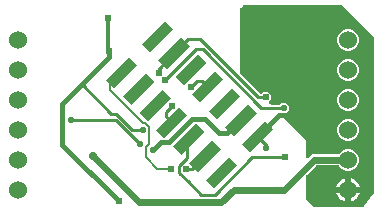
<source format=gbr>
G04 EAGLE Gerber X2 export*
%TF.Part,Single*%
%TF.FileFunction,Copper,L2,Bot,Mixed*%
%TF.FilePolarity,Positive*%
%TF.GenerationSoftware,Autodesk,EAGLE,9.0.1*%
%TF.CreationDate,2018-09-06T19:24:28Z*%
G75*
%MOMM*%
%FSLAX34Y34*%
%LPD*%
%AMOC8*
5,1,8,0,0,1.08239X$1,22.5*%
G01*
%ADD10C,1.524000*%
%ADD11R,1.000000X2.750000*%
%ADD12C,0.254000*%
%ADD13C,0.604000*%
%ADD14C,0.554000*%
%ADD15C,0.304800*%
%ADD16C,0.406400*%
%ADD17C,0.200000*%
%ADD18C,0.704000*%
%ADD19C,0.609600*%

G36*
X374680Y102874D02*
X374680Y102874D01*
X374709Y102872D01*
X374837Y102894D01*
X374966Y102911D01*
X374993Y102922D01*
X375023Y102927D01*
X375141Y102980D01*
X375261Y103028D01*
X375285Y103045D01*
X375313Y103057D01*
X375414Y103138D01*
X375519Y103214D01*
X375538Y103237D01*
X375561Y103256D01*
X375665Y103378D01*
X383285Y113538D01*
X383290Y113546D01*
X383296Y113553D01*
X383315Y113587D01*
X383337Y113613D01*
X383379Y113702D01*
X383443Y113815D01*
X383445Y113824D01*
X383450Y113831D01*
X383462Y113878D01*
X383472Y113901D01*
X383486Y113974D01*
X383487Y113976D01*
X383527Y114122D01*
X383527Y114131D01*
X383529Y114139D01*
X383539Y114300D01*
X383539Y246380D01*
X383527Y246478D01*
X383524Y246577D01*
X383507Y246635D01*
X383499Y246696D01*
X383463Y246788D01*
X383435Y246883D01*
X383405Y246935D01*
X383382Y246991D01*
X383324Y247071D01*
X383274Y247157D01*
X383208Y247232D01*
X383196Y247249D01*
X383186Y247256D01*
X383168Y247278D01*
X357257Y273188D01*
X357179Y273248D01*
X357107Y273316D01*
X357054Y273345D01*
X357006Y273382D01*
X356915Y273422D01*
X356829Y273470D01*
X356770Y273485D01*
X356714Y273509D01*
X356616Y273524D01*
X356521Y273549D01*
X356421Y273555D01*
X356400Y273559D01*
X356388Y273557D01*
X356360Y273559D01*
X273560Y273559D01*
X273462Y273547D01*
X273363Y273544D01*
X273305Y273527D01*
X273244Y273519D01*
X273152Y273483D01*
X273057Y273455D01*
X273005Y273425D01*
X272949Y273402D01*
X272869Y273344D01*
X272783Y273294D01*
X272708Y273228D01*
X272691Y273216D01*
X272684Y273206D01*
X272663Y273188D01*
X270883Y271408D01*
X270822Y271329D01*
X270754Y271257D01*
X270725Y271204D01*
X270688Y271156D01*
X270648Y271065D01*
X270600Y270979D01*
X270585Y270920D01*
X270561Y270864D01*
X270546Y270766D01*
X270521Y270671D01*
X270515Y270571D01*
X270511Y270550D01*
X270513Y270538D01*
X270511Y270510D01*
X270511Y215900D01*
X270523Y215802D01*
X270526Y215703D01*
X270543Y215645D01*
X270551Y215584D01*
X270587Y215492D01*
X270615Y215397D01*
X270645Y215345D01*
X270668Y215289D01*
X270726Y215209D01*
X270776Y215123D01*
X270842Y215048D01*
X270854Y215031D01*
X270864Y215024D01*
X270883Y215003D01*
X287091Y198794D01*
X287186Y198721D01*
X287275Y198642D01*
X287311Y198623D01*
X287343Y198599D01*
X287452Y198551D01*
X287558Y198497D01*
X287597Y198488D01*
X287635Y198472D01*
X287752Y198454D01*
X287868Y198428D01*
X287909Y198429D01*
X287949Y198422D01*
X288067Y198434D01*
X288186Y198437D01*
X288225Y198449D01*
X288265Y198452D01*
X288377Y198493D01*
X288492Y198526D01*
X288526Y198546D01*
X288565Y198560D01*
X288663Y198627D01*
X288766Y198687D01*
X288811Y198727D01*
X288828Y198738D01*
X288841Y198754D01*
X288886Y198794D01*
X290218Y200125D01*
X293982Y200125D01*
X296645Y197462D01*
X296645Y193698D01*
X295314Y192366D01*
X295241Y192272D01*
X295162Y192183D01*
X295143Y192147D01*
X295119Y192115D01*
X295071Y192006D01*
X295017Y191900D01*
X295008Y191860D01*
X294992Y191823D01*
X294974Y191706D01*
X294948Y191590D01*
X294949Y191549D01*
X294942Y191509D01*
X294954Y191391D01*
X294957Y191272D01*
X294969Y191233D01*
X294972Y191193D01*
X295013Y191080D01*
X295046Y190966D01*
X295066Y190931D01*
X295080Y190893D01*
X295147Y190795D01*
X295207Y190692D01*
X295247Y190647D01*
X295258Y190630D01*
X295274Y190617D01*
X295314Y190571D01*
X296029Y189856D01*
X296107Y189796D01*
X296179Y189728D01*
X296232Y189699D01*
X296280Y189662D01*
X296371Y189622D01*
X296457Y189574D01*
X296516Y189559D01*
X296572Y189535D01*
X296670Y189520D01*
X296765Y189495D01*
X296865Y189489D01*
X296886Y189485D01*
X296898Y189487D01*
X296926Y189485D01*
X303535Y189485D01*
X303634Y189497D01*
X303733Y189500D01*
X303791Y189517D01*
X303851Y189525D01*
X303943Y189561D01*
X304038Y189589D01*
X304090Y189619D01*
X304147Y189642D01*
X304227Y189700D01*
X304312Y189750D01*
X304387Y189816D01*
X304404Y189828D01*
X304412Y189838D01*
X304433Y189856D01*
X305561Y190985D01*
X309119Y190985D01*
X311635Y188469D01*
X311635Y184911D01*
X309119Y182395D01*
X306554Y182395D01*
X306416Y182378D01*
X306278Y182365D01*
X306259Y182358D01*
X306238Y182355D01*
X306109Y182304D01*
X305978Y182257D01*
X305962Y182246D01*
X305943Y182238D01*
X305831Y182157D01*
X305715Y182079D01*
X305702Y182063D01*
X305685Y182052D01*
X305597Y181944D01*
X305505Y181840D01*
X305496Y181822D01*
X305483Y181807D01*
X305423Y181681D01*
X305360Y181557D01*
X305356Y181537D01*
X305347Y181519D01*
X305321Y181383D01*
X305290Y181247D01*
X305291Y181226D01*
X305287Y181207D01*
X305296Y181068D01*
X305300Y180929D01*
X305306Y180909D01*
X305307Y180889D01*
X305350Y180757D01*
X305389Y180623D01*
X305399Y180606D01*
X305405Y180587D01*
X305479Y180469D01*
X305550Y180349D01*
X305569Y180328D01*
X305575Y180318D01*
X305590Y180304D01*
X305656Y180229D01*
X326391Y159494D01*
X326391Y145422D01*
X326408Y145284D01*
X326421Y145145D01*
X326428Y145126D01*
X326431Y145106D01*
X326482Y144977D01*
X326529Y144846D01*
X326540Y144829D01*
X326548Y144811D01*
X326629Y144698D01*
X326707Y144583D01*
X326723Y144570D01*
X326734Y144553D01*
X326842Y144464D01*
X326946Y144373D01*
X326964Y144363D01*
X326979Y144350D01*
X327105Y144291D01*
X327229Y144228D01*
X327249Y144224D01*
X327267Y144215D01*
X327403Y144189D01*
X327539Y144158D01*
X327560Y144159D01*
X327580Y144155D01*
X327718Y144164D01*
X327857Y144168D01*
X327877Y144174D01*
X327897Y144175D01*
X328029Y144218D01*
X328163Y144256D01*
X328180Y144267D01*
X328199Y144273D01*
X328317Y144347D01*
X328437Y144418D01*
X328458Y144436D01*
X328468Y144443D01*
X328482Y144458D01*
X328558Y144524D01*
X331464Y147431D01*
X353098Y147431D01*
X353127Y147435D01*
X353157Y147432D01*
X353285Y147455D01*
X353413Y147471D01*
X353441Y147482D01*
X353470Y147487D01*
X353589Y147540D01*
X353709Y147588D01*
X353733Y147605D01*
X353760Y147617D01*
X353861Y147698D01*
X353966Y147775D01*
X353985Y147798D01*
X354008Y147816D01*
X354086Y147920D01*
X354123Y147964D01*
X356770Y150611D01*
X360131Y152003D01*
X363769Y152003D01*
X367130Y150611D01*
X369703Y148038D01*
X371095Y144677D01*
X371095Y141039D01*
X369703Y137678D01*
X367130Y135106D01*
X363769Y133713D01*
X360131Y133713D01*
X356770Y135106D01*
X354134Y137742D01*
X354113Y137778D01*
X354092Y137799D01*
X354077Y137824D01*
X353982Y137913D01*
X353892Y138006D01*
X353867Y138022D01*
X353845Y138042D01*
X353731Y138105D01*
X353621Y138173D01*
X353592Y138181D01*
X353566Y138196D01*
X353441Y138228D01*
X353317Y138266D01*
X353287Y138268D01*
X353259Y138275D01*
X353098Y138285D01*
X335778Y138285D01*
X335680Y138273D01*
X335581Y138270D01*
X335523Y138253D01*
X335463Y138246D01*
X335370Y138209D01*
X335275Y138182D01*
X335223Y138151D01*
X335167Y138129D01*
X335087Y138070D01*
X335001Y138020D01*
X334926Y137954D01*
X334909Y137942D01*
X334902Y137932D01*
X334881Y137914D01*
X326763Y129796D01*
X326702Y129717D01*
X326634Y129645D01*
X326605Y129592D01*
X326568Y129544D01*
X326528Y129453D01*
X326480Y129367D01*
X326465Y129308D01*
X326441Y129253D01*
X326426Y129155D01*
X326401Y129059D01*
X326395Y128959D01*
X326391Y128938D01*
X326393Y128926D01*
X326391Y128898D01*
X326391Y109220D01*
X326403Y109122D01*
X326406Y109023D01*
X326415Y108991D01*
X326416Y108980D01*
X326424Y108955D01*
X326431Y108904D01*
X326467Y108812D01*
X326495Y108717D01*
X326509Y108692D01*
X326514Y108678D01*
X326531Y108651D01*
X326548Y108609D01*
X326606Y108529D01*
X326656Y108443D01*
X326679Y108418D01*
X326684Y108409D01*
X326697Y108397D01*
X326722Y108368D01*
X326734Y108351D01*
X326744Y108344D01*
X326763Y108323D01*
X331843Y103243D01*
X331921Y103182D01*
X331993Y103114D01*
X332046Y103085D01*
X332094Y103048D01*
X332185Y103008D01*
X332271Y102960D01*
X332330Y102945D01*
X332386Y102921D01*
X332484Y102906D01*
X332579Y102881D01*
X332679Y102875D01*
X332700Y102871D01*
X332712Y102873D01*
X332740Y102871D01*
X374650Y102871D01*
X374680Y102874D01*
G37*
%LPC*%
G36*
X360131Y235313D02*
X360131Y235313D01*
X356770Y236706D01*
X354197Y239278D01*
X352805Y242639D01*
X352805Y246277D01*
X354197Y249638D01*
X356770Y252211D01*
X360131Y253603D01*
X363769Y253603D01*
X367130Y252211D01*
X369703Y249638D01*
X371095Y246277D01*
X371095Y242639D01*
X369703Y239278D01*
X367130Y236706D01*
X363769Y235313D01*
X360131Y235313D01*
G37*
%LPD*%
%LPC*%
G36*
X360131Y209913D02*
X360131Y209913D01*
X356770Y211306D01*
X354197Y213878D01*
X352805Y217239D01*
X352805Y220877D01*
X354197Y224238D01*
X356770Y226811D01*
X360131Y228203D01*
X363769Y228203D01*
X367130Y226811D01*
X369703Y224238D01*
X371095Y220877D01*
X371095Y217239D01*
X369703Y213878D01*
X367130Y211306D01*
X363769Y209913D01*
X360131Y209913D01*
G37*
%LPD*%
%LPC*%
G36*
X360131Y184513D02*
X360131Y184513D01*
X356770Y185906D01*
X354197Y188478D01*
X352805Y191839D01*
X352805Y195477D01*
X354197Y198838D01*
X356770Y201411D01*
X360131Y202803D01*
X363769Y202803D01*
X367130Y201411D01*
X369703Y198838D01*
X371095Y195477D01*
X371095Y191839D01*
X369703Y188478D01*
X367130Y185906D01*
X363769Y184513D01*
X360131Y184513D01*
G37*
%LPD*%
%LPC*%
G36*
X360131Y159113D02*
X360131Y159113D01*
X356770Y160506D01*
X354197Y163078D01*
X352805Y166439D01*
X352805Y170077D01*
X354197Y173438D01*
X356770Y176011D01*
X360131Y177403D01*
X363769Y177403D01*
X367130Y176011D01*
X369703Y173438D01*
X371095Y170077D01*
X371095Y166439D01*
X369703Y163078D01*
X367130Y160506D01*
X363769Y159113D01*
X360131Y159113D01*
G37*
%LPD*%
%LPC*%
G36*
X364489Y119997D02*
X364489Y119997D01*
X364489Y127317D01*
X365850Y126875D01*
X367275Y126148D01*
X367534Y125961D01*
X367534Y125960D01*
X368569Y125208D01*
X369700Y124077D01*
X370640Y122784D01*
X371366Y121359D01*
X371809Y119997D01*
X364489Y119997D01*
G37*
%LPD*%
%LPC*%
G36*
X352091Y119997D02*
X352091Y119997D01*
X352534Y121359D01*
X353260Y122784D01*
X354200Y124077D01*
X355331Y125208D01*
X356625Y126148D01*
X358050Y126875D01*
X359411Y127317D01*
X359411Y119997D01*
X352091Y119997D01*
G37*
%LPD*%
%LPC*%
G36*
X364489Y114919D02*
X364489Y114919D01*
X371809Y114919D01*
X371366Y113558D01*
X370640Y112133D01*
X369700Y110839D01*
X368569Y109708D01*
X367275Y108768D01*
X365850Y108042D01*
X364489Y107600D01*
X364489Y114919D01*
G37*
%LPD*%
%LPC*%
G36*
X358050Y108042D02*
X358050Y108042D01*
X356625Y108768D01*
X356341Y108974D01*
X355331Y109708D01*
X354200Y110839D01*
X353260Y112133D01*
X352534Y113558D01*
X352091Y114919D01*
X359411Y114919D01*
X359411Y107600D01*
X358050Y108042D01*
G37*
%LPD*%
%LPC*%
G36*
X361949Y117457D02*
X361949Y117457D01*
X361949Y117459D01*
X361951Y117459D01*
X361951Y117457D01*
X361949Y117457D01*
G37*
%LPD*%
D10*
X82550Y244458D03*
X82550Y219058D03*
X82550Y193658D03*
X82550Y168258D03*
X82550Y142858D03*
X82550Y117458D03*
X361950Y117458D03*
X361950Y142858D03*
X361950Y168258D03*
X361950Y193658D03*
X361950Y219058D03*
X361950Y244458D03*
D11*
G36*
X291518Y175636D02*
X298589Y168565D01*
X279144Y149120D01*
X272073Y156191D01*
X291518Y175636D01*
G37*
G36*
X277376Y189778D02*
X284447Y182707D01*
X265002Y163262D01*
X257931Y170333D01*
X277376Y189778D01*
G37*
G36*
X261113Y145231D02*
X268184Y138160D01*
X248739Y118715D01*
X241668Y125786D01*
X261113Y145231D01*
G37*
G36*
X246970Y159373D02*
X254041Y152302D01*
X234596Y132857D01*
X227525Y139928D01*
X246970Y159373D01*
G37*
G36*
X232828Y173515D02*
X239899Y166444D01*
X220454Y146999D01*
X213383Y154070D01*
X232828Y173515D01*
G37*
G36*
X263234Y203921D02*
X270305Y196850D01*
X250860Y177405D01*
X243789Y184476D01*
X263234Y203921D01*
G37*
G36*
X218686Y187657D02*
X225757Y180586D01*
X206312Y161141D01*
X199241Y168212D01*
X218686Y187657D01*
G37*
G36*
X249092Y218063D02*
X256163Y210992D01*
X236718Y191547D01*
X229647Y198618D01*
X249092Y218063D01*
G37*
G36*
X192170Y175283D02*
X185099Y182354D01*
X204544Y201799D01*
X211615Y194728D01*
X192170Y175283D01*
G37*
G36*
X222576Y205689D02*
X215505Y212760D01*
X234950Y232205D01*
X242021Y225134D01*
X222576Y205689D01*
G37*
G36*
X190402Y215941D02*
X197473Y208870D01*
X178028Y189425D01*
X170957Y196496D01*
X190402Y215941D01*
G37*
G36*
X220808Y246347D02*
X227879Y239276D01*
X208434Y219831D01*
X201363Y226902D01*
X220808Y246347D01*
G37*
G36*
X176260Y230084D02*
X183331Y223013D01*
X163886Y203568D01*
X156815Y210639D01*
X176260Y230084D01*
G37*
G36*
X206665Y260489D02*
X213736Y253418D01*
X194291Y233973D01*
X187220Y241044D01*
X206665Y260489D01*
G37*
D12*
X207872Y179027D02*
X212499Y174399D01*
D13*
X212952Y188368D03*
D12*
X207872Y183288D02*
X207872Y179027D01*
X207872Y183288D02*
X212952Y188368D01*
D13*
X228600Y204470D03*
D12*
X238160Y209550D02*
X242905Y204805D01*
X233680Y209550D02*
X228600Y204470D01*
X233680Y209550D02*
X238160Y209550D01*
D14*
X292100Y152400D03*
D15*
X292100Y155610D01*
X285331Y162378D01*
D14*
X288290Y215900D03*
X288290Y256540D03*
D16*
X313666Y184070D02*
X309960Y180364D01*
X313666Y184070D02*
X313666Y189310D01*
X309960Y180364D02*
X303317Y180364D01*
X288290Y214686D02*
X288290Y245110D01*
X288290Y256540D01*
X288290Y214686D02*
X313666Y189310D01*
X303317Y180364D02*
X285331Y162378D01*
X288942Y244458D02*
X288290Y245110D01*
D13*
X201930Y215900D03*
D12*
X201930Y220285D01*
X202427Y220782D01*
X202427Y220895D01*
X214621Y233089D01*
X226641Y245110D01*
X236220Y245110D01*
D13*
X292100Y195580D03*
D12*
X285750Y195580D02*
X236220Y245110D01*
X285750Y195580D02*
X292100Y195580D01*
D13*
X207279Y210551D03*
D12*
X240783Y146115D02*
X229863Y135194D01*
X224790Y135194D01*
D13*
X224790Y135194D03*
D12*
X207279Y210551D02*
X232947Y236220D01*
X238760Y236220D01*
X288290Y186690D01*
X307340Y186690D01*
D14*
X307340Y186690D03*
D13*
X212090Y135194D03*
D17*
X160257Y207010D02*
X160020Y207010D01*
X160257Y207010D02*
X170073Y216826D01*
X188278Y173672D02*
X190153Y173672D01*
X193254Y170571D01*
X190500Y153789D02*
X190500Y144780D01*
X193254Y156543D02*
X193254Y170571D01*
X193254Y156543D02*
X190500Y153789D01*
X188278Y173672D02*
X160020Y201930D01*
X190500Y144780D02*
X200086Y135194D01*
X212090Y135194D01*
X160020Y201930D02*
X160020Y207010D01*
D14*
X196850Y151130D03*
D16*
X203305Y157585D01*
X210325Y157585D01*
X229811Y177071D02*
X240759Y177071D01*
X229811Y177071D02*
X210325Y157585D01*
X252730Y165100D02*
X259080Y165100D01*
X270500Y176520D01*
X271189Y176520D01*
X252730Y165100D02*
X240759Y177071D01*
D13*
X158750Y262890D03*
D15*
X158750Y235100D01*
X159126Y234724D01*
D13*
X159126Y234724D03*
X167640Y107950D03*
D16*
X159126Y229409D02*
X159126Y234724D01*
X119924Y190207D02*
X119924Y155666D01*
X119924Y190207D02*
X136309Y206591D01*
X159126Y229409D01*
X119924Y155666D02*
X167640Y107950D01*
D14*
X187960Y168378D03*
D12*
X161036Y181864D02*
X136309Y206591D01*
X161036Y181864D02*
X165527Y181864D01*
X179013Y168378D02*
X187960Y168378D01*
X179013Y168378D02*
X165527Y181864D01*
D13*
X308610Y144780D03*
D12*
X280670Y144780D01*
X248920Y113030D01*
X237490Y113030D01*
X225597Y159213D02*
X226641Y160257D01*
X225597Y159213D02*
X225597Y144223D01*
X218976Y137602D01*
X218976Y131544D01*
X226060Y124460D02*
X237490Y113030D01*
X226060Y124460D02*
X218976Y131544D01*
D14*
X127000Y176530D03*
D12*
X165114Y176530D01*
X185434Y156210D01*
D14*
X185434Y156210D03*
D18*
X146050Y146050D03*
D19*
X254729Y106934D02*
X265253Y117458D01*
X254729Y106934D02*
X185166Y106934D01*
X146050Y146050D01*
X265253Y117458D02*
X307958Y117458D01*
X333358Y142858D02*
X361950Y142858D01*
X333358Y142858D02*
X307958Y117458D01*
M02*

</source>
